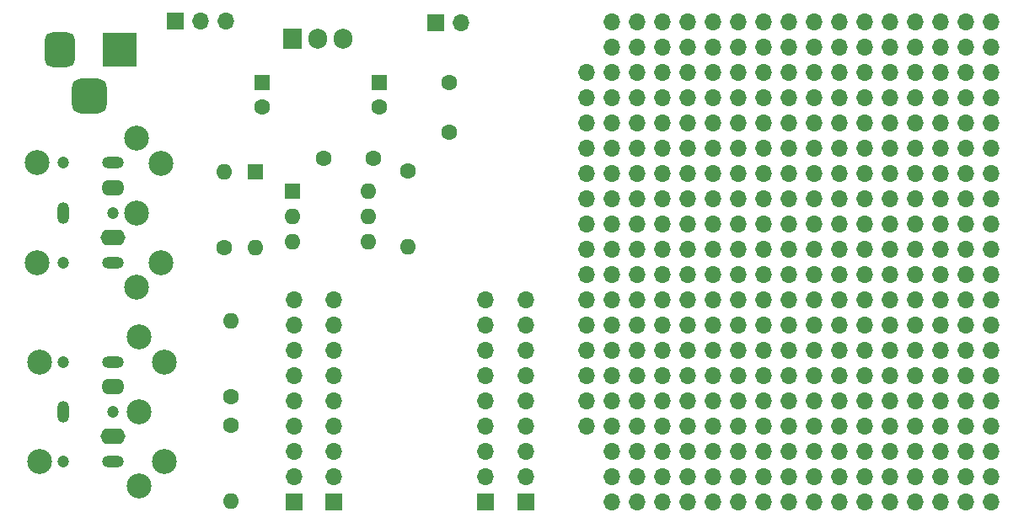
<source format=gbr>
%TF.GenerationSoftware,KiCad,Pcbnew,8.0.7*%
%TF.CreationDate,2025-03-14T17:48:09+00:00*%
%TF.ProjectId,WaveshareZeroMIDIProto,57617665-7368-4617-9265-5a65726f4d49,rev?*%
%TF.SameCoordinates,Original*%
%TF.FileFunction,Soldermask,Bot*%
%TF.FilePolarity,Negative*%
%FSLAX46Y46*%
G04 Gerber Fmt 4.6, Leading zero omitted, Abs format (unit mm)*
G04 Created by KiCad (PCBNEW 8.0.7) date 2025-03-14 17:48:09*
%MOMM*%
%LPD*%
G01*
G04 APERTURE LIST*
G04 Aperture macros list*
%AMRoundRect*
0 Rectangle with rounded corners*
0 $1 Rounding radius*
0 $2 $3 $4 $5 $6 $7 $8 $9 X,Y pos of 4 corners*
0 Add a 4 corners polygon primitive as box body*
4,1,4,$2,$3,$4,$5,$6,$7,$8,$9,$2,$3,0*
0 Add four circle primitives for the rounded corners*
1,1,$1+$1,$2,$3*
1,1,$1+$1,$4,$5*
1,1,$1+$1,$6,$7*
1,1,$1+$1,$8,$9*
0 Add four rect primitives between the rounded corners*
20,1,$1+$1,$2,$3,$4,$5,0*
20,1,$1+$1,$4,$5,$6,$7,0*
20,1,$1+$1,$6,$7,$8,$9,0*
20,1,$1+$1,$8,$9,$2,$3,0*%
G04 Aperture macros list end*
%ADD10O,1.700000X1.700000*%
%ADD11O,2.500000X1.600000*%
%ADD12O,2.200000X1.200000*%
%ADD13O,1.200000X2.200000*%
%ADD14O,2.300000X1.600000*%
%ADD15C,1.200000*%
%ADD16R,1.600000X1.600000*%
%ADD17C,1.600000*%
%ADD18R,1.700000X1.700000*%
%ADD19O,1.600000X1.600000*%
%ADD20R,3.500000X3.500000*%
%ADD21RoundRect,0.750000X-0.750000X-1.000000X0.750000X-1.000000X0.750000X1.000000X-0.750000X1.000000X0*%
%ADD22RoundRect,0.875000X-0.875000X-0.875000X0.875000X-0.875000X0.875000X0.875000X-0.875000X0.875000X0*%
%ADD23C,2.499360*%
%ADD24R,1.905000X2.000000*%
%ADD25O,1.905000X2.000000*%
G04 APERTURE END LIST*
D10*
%TO.C,*%
X135090000Y-74995000D03*
%TD*%
%TO.C,*%
X137630000Y-59755000D03*
%TD*%
%TO.C,*%
X135090000Y-82615000D03*
%TD*%
%TO.C,*%
X117310000Y-57215000D03*
%TD*%
%TO.C,*%
X142710000Y-57215000D03*
%TD*%
%TO.C,*%
X137630000Y-62295000D03*
%TD*%
%TO.C,*%
X132550000Y-74995000D03*
%TD*%
%TO.C,*%
X127470000Y-82615000D03*
%TD*%
%TO.C,*%
X114770000Y-74995000D03*
%TD*%
%TO.C,*%
X142710000Y-64835000D03*
%TD*%
%TO.C,*%
X124930000Y-80075000D03*
%TD*%
%TO.C,*%
X117310000Y-92775000D03*
%TD*%
%TO.C,*%
X132550000Y-67375000D03*
%TD*%
%TO.C,*%
X135090000Y-87695000D03*
%TD*%
%TO.C,*%
X140170000Y-74995000D03*
%TD*%
%TO.C,*%
X117310000Y-74995000D03*
%TD*%
%TO.C,*%
X124930000Y-82615000D03*
%TD*%
%TO.C,*%
X140170000Y-57215000D03*
%TD*%
%TO.C,*%
X137630000Y-85155000D03*
%TD*%
%TO.C,*%
X119850000Y-85155000D03*
%TD*%
%TO.C,*%
X112230000Y-77535000D03*
%TD*%
%TO.C,*%
X124930000Y-67375000D03*
%TD*%
%TO.C,*%
X112230000Y-54675000D03*
%TD*%
%TO.C,*%
X145250000Y-85155000D03*
%TD*%
%TO.C,*%
X137630000Y-80075000D03*
%TD*%
D11*
%TO.C,J2*%
X59500000Y-73800000D03*
D12*
X59500000Y-76300000D03*
D13*
X54500000Y-71300000D03*
D14*
X59500000Y-68800000D03*
D12*
X59500000Y-66300000D03*
D15*
X52000000Y-76300000D03*
X54500000Y-76300000D03*
X59500000Y-71300000D03*
X52000000Y-66300000D03*
X54500000Y-66300000D03*
%TD*%
D10*
%TO.C,*%
X147790000Y-85155000D03*
%TD*%
D16*
%TO.C,C3*%
X86250000Y-58192621D03*
D17*
X86250000Y-60692621D03*
%TD*%
D10*
%TO.C,*%
X145250000Y-92775000D03*
%TD*%
%TO.C,*%
X147790000Y-59755000D03*
%TD*%
%TO.C,*%
X142710000Y-67375000D03*
%TD*%
%TO.C,*%
X117310000Y-54675000D03*
%TD*%
%TO.C,*%
X124930000Y-74995000D03*
%TD*%
%TO.C,*%
X122390000Y-90235000D03*
%TD*%
%TO.C,*%
X119850000Y-80075000D03*
%TD*%
%TO.C,*%
X114770000Y-77535000D03*
%TD*%
%TO.C,*%
X147790000Y-69915000D03*
%TD*%
%TO.C,*%
X122390000Y-57215000D03*
%TD*%
%TO.C,*%
X114770000Y-92775000D03*
%TD*%
%TO.C,*%
X112230000Y-62295000D03*
%TD*%
%TO.C,*%
X119850000Y-87695000D03*
%TD*%
D18*
%TO.C,J9*%
X81750000Y-100395000D03*
D10*
X81750000Y-97855000D03*
X81750000Y-95315000D03*
X81750000Y-92775000D03*
X81750000Y-90235000D03*
X81750000Y-87695000D03*
X81750000Y-85155000D03*
X81750000Y-82615000D03*
X81750000Y-80075000D03*
%TD*%
D17*
%TO.C,R4*%
X89175000Y-67125000D03*
D19*
X89175000Y-74745000D03*
%TD*%
D10*
%TO.C,*%
X147790000Y-54675000D03*
%TD*%
%TO.C,*%
X127470000Y-80075000D03*
%TD*%
%TO.C,*%
X130010000Y-87695000D03*
%TD*%
%TO.C,*%
X119850000Y-90235000D03*
%TD*%
D18*
%TO.C,J5*%
X91975000Y-52175000D03*
D10*
X94515000Y-52175000D03*
%TD*%
%TO.C,*%
X109690000Y-87695000D03*
%TD*%
%TO.C,*%
X109690000Y-82615000D03*
%TD*%
%TO.C,*%
X122390000Y-82615000D03*
%TD*%
%TO.C,*%
X109690000Y-77535000D03*
%TD*%
%TO.C,*%
X140170000Y-54675000D03*
%TD*%
%TO.C,*%
X124930000Y-69915000D03*
%TD*%
%TO.C,*%
X122390000Y-77535000D03*
%TD*%
%TO.C,J15*%
X147790000Y-97855000D03*
X145250000Y-97855000D03*
X142710000Y-97855000D03*
X140170000Y-97855000D03*
X137630000Y-97855000D03*
X135090000Y-97855000D03*
X132550000Y-97855000D03*
X130010000Y-97855000D03*
X127470000Y-97855000D03*
X124930000Y-97855000D03*
X122390000Y-97855000D03*
X119850000Y-97855000D03*
X117310000Y-97855000D03*
X114770000Y-97855000D03*
X112230000Y-97855000D03*
X109690000Y-97855000D03*
%TD*%
%TO.C,*%
X112230000Y-72455000D03*
%TD*%
%TO.C,*%
X135090000Y-59755000D03*
%TD*%
%TO.C,*%
X130010000Y-59755000D03*
%TD*%
%TO.C,*%
X127470000Y-67375000D03*
%TD*%
%TO.C,*%
X147790000Y-62295000D03*
%TD*%
%TO.C,*%
X112230000Y-87695000D03*
%TD*%
%TO.C,*%
X109690000Y-92775000D03*
%TD*%
%TO.C,*%
X135090000Y-69915000D03*
%TD*%
%TO.C,*%
X119850000Y-74995000D03*
%TD*%
%TO.C,*%
X109690000Y-69915000D03*
%TD*%
%TO.C,*%
X130010000Y-77535000D03*
%TD*%
%TO.C,*%
X117310000Y-90235000D03*
%TD*%
%TO.C,*%
X142710000Y-69915000D03*
%TD*%
D16*
%TO.C,D1*%
X73875000Y-67215000D03*
D19*
X73875000Y-74835000D03*
%TD*%
D10*
%TO.C,*%
X132550000Y-59755000D03*
%TD*%
%TO.C,*%
X140170000Y-77535000D03*
%TD*%
%TO.C,*%
X114770000Y-62295000D03*
%TD*%
D15*
%TO.C,J1*%
X54500000Y-86300000D03*
X52000000Y-86300000D03*
X59500000Y-91300000D03*
X54500000Y-96300000D03*
X52000000Y-96300000D03*
D12*
X59500000Y-86300000D03*
D14*
X59500000Y-88800000D03*
D13*
X54500000Y-91300000D03*
D12*
X59500000Y-96300000D03*
D11*
X59500000Y-93800000D03*
%TD*%
D10*
%TO.C,*%
X117310000Y-82615000D03*
%TD*%
D18*
%TO.C,J10*%
X77750000Y-100395000D03*
D10*
X77750000Y-97855000D03*
X77750000Y-95315000D03*
X77750000Y-92775000D03*
X77750000Y-90235000D03*
X77750000Y-87695000D03*
X77750000Y-85155000D03*
X77750000Y-82615000D03*
X77750000Y-80075000D03*
%TD*%
%TO.C,*%
X114770000Y-59755000D03*
%TD*%
%TO.C,*%
X145250000Y-57215000D03*
%TD*%
%TO.C,*%
X112230000Y-64835000D03*
%TD*%
%TO.C,*%
X112230000Y-67375000D03*
%TD*%
%TO.C,*%
X142710000Y-82615000D03*
%TD*%
%TO.C,*%
X135090000Y-64835000D03*
%TD*%
%TO.C,*%
X147790000Y-87695000D03*
%TD*%
%TO.C,*%
X140170000Y-87695000D03*
%TD*%
%TO.C,*%
X119850000Y-82615000D03*
%TD*%
D17*
%TO.C,R2*%
X71375000Y-89760000D03*
D19*
X71375000Y-82140000D03*
%TD*%
D10*
%TO.C,*%
X132550000Y-64835000D03*
%TD*%
%TO.C,*%
X145250000Y-64835000D03*
%TD*%
%TO.C,*%
X147790000Y-77535000D03*
%TD*%
%TO.C,*%
X137630000Y-57215000D03*
%TD*%
%TO.C,*%
X135090000Y-90235000D03*
%TD*%
%TO.C,*%
X122390000Y-64835000D03*
%TD*%
%TO.C,*%
X109690000Y-64835000D03*
%TD*%
%TO.C,*%
X112230000Y-74995000D03*
%TD*%
%TO.C,*%
X130010000Y-57215000D03*
%TD*%
%TO.C,*%
X114770000Y-85155000D03*
%TD*%
%TO.C,*%
X147790000Y-72455000D03*
%TD*%
D16*
%TO.C,U1*%
X77555000Y-69125000D03*
D19*
X77555000Y-71665000D03*
X77555000Y-74205000D03*
X85175000Y-74205000D03*
X85175000Y-71665000D03*
X85175000Y-69125000D03*
%TD*%
D10*
%TO.C,*%
X135090000Y-92775000D03*
%TD*%
%TO.C,*%
X122390000Y-80075000D03*
%TD*%
%TO.C,*%
X112230000Y-82615000D03*
%TD*%
%TO.C,*%
X145250000Y-82615000D03*
%TD*%
%TO.C,*%
X130010000Y-92775000D03*
%TD*%
%TO.C,*%
X117310000Y-87695000D03*
%TD*%
%TO.C,*%
X112230000Y-57215000D03*
%TD*%
%TO.C,*%
X142710000Y-62295000D03*
%TD*%
%TO.C,*%
X127470000Y-69915000D03*
%TD*%
%TO.C,*%
X109690000Y-85155000D03*
%TD*%
%TO.C,*%
X137630000Y-74995000D03*
%TD*%
D20*
%TO.C,J12*%
X60200000Y-54892500D03*
D21*
X54200000Y-54892500D03*
D22*
X57200000Y-59592500D03*
%TD*%
D10*
%TO.C,*%
X124930000Y-87695000D03*
%TD*%
D17*
%TO.C,C1*%
X80725000Y-65825000D03*
X85725000Y-65825000D03*
%TD*%
D10*
%TO.C,*%
X114770000Y-72455000D03*
%TD*%
%TO.C,*%
X122390000Y-67375000D03*
%TD*%
%TO.C,*%
X130010000Y-80075000D03*
%TD*%
%TO.C,*%
X137630000Y-77535000D03*
%TD*%
%TO.C,*%
X135090000Y-80075000D03*
%TD*%
%TO.C,*%
X140170000Y-90235000D03*
%TD*%
%TO.C,*%
X140170000Y-62295000D03*
%TD*%
%TO.C,*%
X137630000Y-54675000D03*
%TD*%
%TO.C,*%
X124930000Y-72455000D03*
%TD*%
%TO.C,*%
X132550000Y-87695000D03*
%TD*%
D16*
%TO.C,C2*%
X74500000Y-58192621D03*
D17*
X74500000Y-60692621D03*
%TD*%
D10*
%TO.C,*%
X130010000Y-62295000D03*
%TD*%
%TO.C,*%
X147790000Y-90235000D03*
%TD*%
D18*
%TO.C,J7*%
X100990000Y-100395000D03*
D10*
X100990000Y-97855000D03*
X100990000Y-95315000D03*
X100990000Y-92775000D03*
X100990000Y-90235000D03*
X100990000Y-87695000D03*
X100990000Y-85155000D03*
X100990000Y-82615000D03*
X100990000Y-80075000D03*
%TD*%
%TO.C,*%
X147790000Y-64835000D03*
%TD*%
%TO.C,*%
X124930000Y-59755000D03*
%TD*%
%TO.C,*%
X114770000Y-64835000D03*
%TD*%
%TO.C,*%
X142710000Y-92775000D03*
%TD*%
D18*
%TO.C,J8*%
X96990000Y-100395000D03*
D10*
X96990000Y-97855000D03*
X96990000Y-95315000D03*
X96990000Y-92775000D03*
X96990000Y-90235000D03*
X96990000Y-87695000D03*
X96990000Y-85155000D03*
X96990000Y-82615000D03*
X96990000Y-80075000D03*
%TD*%
%TO.C,*%
X137630000Y-72455000D03*
%TD*%
%TO.C,*%
X109690000Y-57215000D03*
%TD*%
%TO.C,*%
X109690000Y-54675000D03*
%TD*%
D23*
%TO.C,J4*%
X52192300Y-86298740D03*
X52192300Y-96301260D03*
X62187200Y-98798080D03*
X62189740Y-91300000D03*
X62187200Y-83801920D03*
X64689100Y-96296180D03*
X64689100Y-86303820D03*
%TD*%
D10*
%TO.C,*%
X119850000Y-67375000D03*
%TD*%
%TO.C,*%
X147790000Y-67375000D03*
%TD*%
D17*
%TO.C,R1*%
X70725000Y-74850000D03*
D19*
X70725000Y-67230000D03*
%TD*%
D10*
%TO.C,*%
X124930000Y-85155000D03*
%TD*%
%TO.C,*%
X130010000Y-74995000D03*
%TD*%
D17*
%TO.C,C4*%
X93300000Y-58200000D03*
X93300000Y-63200000D03*
%TD*%
D10*
%TO.C,*%
X109690000Y-67375000D03*
%TD*%
%TO.C,*%
X112230000Y-92775000D03*
%TD*%
%TO.C,*%
X130010000Y-64835000D03*
%TD*%
%TO.C,*%
X119850000Y-59755000D03*
%TD*%
%TO.C,*%
X142710000Y-59755000D03*
%TD*%
%TO.C,*%
X147790000Y-74995000D03*
%TD*%
%TO.C,*%
X119850000Y-57215000D03*
%TD*%
%TO.C,*%
X124930000Y-92775000D03*
%TD*%
%TO.C,*%
X145250000Y-77535000D03*
%TD*%
%TO.C,*%
X124930000Y-64835000D03*
%TD*%
%TO.C,*%
X135090000Y-54675000D03*
%TD*%
%TO.C,*%
X132550000Y-82615000D03*
%TD*%
%TO.C,*%
X114770000Y-54675000D03*
%TD*%
%TO.C,*%
X135090000Y-72455000D03*
%TD*%
%TO.C,*%
X140170000Y-92775000D03*
%TD*%
%TO.C,*%
X117310000Y-62295000D03*
%TD*%
%TO.C,*%
X119850000Y-64835000D03*
%TD*%
%TO.C,*%
X117310000Y-67375000D03*
%TD*%
%TO.C,*%
X137630000Y-67375000D03*
%TD*%
%TO.C,*%
X137630000Y-69915000D03*
%TD*%
%TO.C,*%
X109690000Y-90235000D03*
%TD*%
%TO.C,*%
X145250000Y-67375000D03*
%TD*%
%TO.C,*%
X127470000Y-77535000D03*
%TD*%
%TO.C,*%
X122390000Y-87695000D03*
%TD*%
%TO.C,*%
X122390000Y-62295000D03*
%TD*%
%TO.C,*%
X117310000Y-80075000D03*
%TD*%
%TO.C,*%
X112230000Y-80075000D03*
%TD*%
%TO.C,*%
X132550000Y-77535000D03*
%TD*%
%TO.C,*%
X124930000Y-77535000D03*
%TD*%
%TO.C,J13*%
X147790000Y-100395000D03*
X145250000Y-100395000D03*
X142710000Y-100395000D03*
X140170000Y-100395000D03*
X137630000Y-100395000D03*
X135090000Y-100395000D03*
X132550000Y-100395000D03*
X130010000Y-100395000D03*
X127470000Y-100395000D03*
X124930000Y-100395000D03*
X122390000Y-100395000D03*
X119850000Y-100395000D03*
X117310000Y-100395000D03*
X114770000Y-100395000D03*
X112230000Y-100395000D03*
X109690000Y-100395000D03*
%TD*%
%TO.C,*%
X117310000Y-69915000D03*
%TD*%
%TO.C,*%
X122390000Y-85155000D03*
%TD*%
%TO.C,*%
X132550000Y-54675000D03*
%TD*%
%TO.C,*%
X119850000Y-77535000D03*
%TD*%
%TO.C,*%
X114770000Y-69915000D03*
%TD*%
%TO.C,*%
X127470000Y-74995000D03*
%TD*%
%TO.C,*%
X127470000Y-72455000D03*
%TD*%
%TO.C,*%
X130010000Y-54675000D03*
%TD*%
%TO.C,*%
X135090000Y-67375000D03*
%TD*%
%TO.C,*%
X132550000Y-90235000D03*
%TD*%
%TO.C,J6*%
X107150000Y-77535000D03*
X107150000Y-74995000D03*
X107150000Y-72455000D03*
X107150000Y-69915000D03*
X107150000Y-67375000D03*
X107150000Y-64835000D03*
X107150000Y-62295000D03*
X107150000Y-59755000D03*
X107150000Y-57215000D03*
%TD*%
%TO.C,*%
X112230000Y-69915000D03*
%TD*%
%TO.C,*%
X147790000Y-92775000D03*
%TD*%
%TO.C,*%
X142710000Y-54675000D03*
%TD*%
%TO.C,*%
X137630000Y-82615000D03*
%TD*%
%TO.C,*%
X145250000Y-74995000D03*
%TD*%
%TO.C,*%
X127470000Y-59755000D03*
%TD*%
%TO.C,*%
X142710000Y-72455000D03*
%TD*%
%TO.C,*%
X114770000Y-87695000D03*
%TD*%
%TO.C,*%
X117310000Y-59755000D03*
%TD*%
%TO.C,*%
X132550000Y-62295000D03*
%TD*%
%TO.C,*%
X112230000Y-90235000D03*
%TD*%
%TO.C,*%
X114770000Y-67375000D03*
%TD*%
%TO.C,*%
X124930000Y-54675000D03*
%TD*%
%TO.C,*%
X114770000Y-57215000D03*
%TD*%
%TO.C,*%
X119850000Y-62295000D03*
%TD*%
D17*
%TO.C,R3*%
X71375000Y-92700000D03*
D19*
X71375000Y-100320000D03*
%TD*%
D10*
%TO.C,*%
X130010000Y-72455000D03*
%TD*%
%TO.C,*%
X147790000Y-82615000D03*
%TD*%
%TO.C,*%
X137630000Y-90235000D03*
%TD*%
%TO.C,*%
X117310000Y-77535000D03*
%TD*%
%TO.C,*%
X109690000Y-80075000D03*
%TD*%
%TO.C,*%
X135090000Y-85155000D03*
%TD*%
%TO.C,*%
X130010000Y-67375000D03*
%TD*%
%TO.C,*%
X122390000Y-54675000D03*
%TD*%
D18*
%TO.C,SW1*%
X65800000Y-52000000D03*
D10*
X68340000Y-52000000D03*
X70880000Y-52000000D03*
%TD*%
%TO.C,*%
X145250000Y-62295000D03*
%TD*%
%TO.C,*%
X145250000Y-80075000D03*
%TD*%
%TO.C,*%
X142710000Y-77535000D03*
%TD*%
%TO.C,*%
X137630000Y-64835000D03*
%TD*%
%TO.C,*%
X124930000Y-62295000D03*
%TD*%
%TO.C,*%
X127470000Y-57215000D03*
%TD*%
%TO.C,*%
X140170000Y-72455000D03*
%TD*%
%TO.C,*%
X145250000Y-72455000D03*
%TD*%
%TO.C,*%
X122390000Y-59755000D03*
%TD*%
%TO.C,*%
X140170000Y-82615000D03*
%TD*%
%TO.C,*%
X132550000Y-57215000D03*
%TD*%
%TO.C,*%
X112230000Y-59755000D03*
%TD*%
%TO.C,*%
X145250000Y-90235000D03*
%TD*%
%TO.C,*%
X142710000Y-85155000D03*
%TD*%
%TO.C,*%
X142710000Y-80075000D03*
%TD*%
%TO.C,*%
X140170000Y-69915000D03*
%TD*%
%TO.C,*%
X145250000Y-59755000D03*
%TD*%
%TO.C,*%
X112230000Y-85155000D03*
%TD*%
%TO.C,*%
X109690000Y-62295000D03*
%TD*%
%TO.C,*%
X140170000Y-64835000D03*
%TD*%
%TO.C,*%
X147790000Y-80075000D03*
%TD*%
%TO.C,*%
X130010000Y-82615000D03*
%TD*%
%TO.C,*%
X122390000Y-74995000D03*
%TD*%
%TO.C,*%
X114770000Y-90235000D03*
%TD*%
%TO.C,*%
X130010000Y-85155000D03*
%TD*%
%TO.C,*%
X127470000Y-62295000D03*
%TD*%
%TO.C,*%
X127470000Y-64835000D03*
%TD*%
%TO.C,*%
X135090000Y-77535000D03*
%TD*%
%TO.C,*%
X142710000Y-90235000D03*
%TD*%
%TO.C,*%
X119850000Y-72455000D03*
%TD*%
%TO.C,*%
X127470000Y-85155000D03*
%TD*%
%TO.C,J16*%
X147790000Y-52135000D03*
X145250000Y-52135000D03*
X142710000Y-52135000D03*
X140170000Y-52135000D03*
X137630000Y-52135000D03*
X135090000Y-52135000D03*
X132550000Y-52135000D03*
X130010000Y-52135000D03*
X127470000Y-52135000D03*
X124930000Y-52135000D03*
X122390000Y-52135000D03*
X119850000Y-52135000D03*
X117310000Y-52135000D03*
X114770000Y-52135000D03*
X112230000Y-52135000D03*
X109690000Y-52135000D03*
%TD*%
%TO.C,*%
X122390000Y-69915000D03*
%TD*%
%TO.C,*%
X132550000Y-85155000D03*
%TD*%
%TO.C,*%
X119850000Y-54675000D03*
%TD*%
%TO.C,*%
X135090000Y-62295000D03*
%TD*%
%TO.C,*%
X119850000Y-92775000D03*
%TD*%
%TO.C,*%
X127470000Y-54675000D03*
%TD*%
%TO.C,*%
X142710000Y-87695000D03*
%TD*%
%TO.C,*%
X140170000Y-59755000D03*
%TD*%
%TO.C,*%
X117310000Y-85155000D03*
%TD*%
%TO.C,*%
X130010000Y-69915000D03*
%TD*%
%TO.C,*%
X127470000Y-90235000D03*
%TD*%
%TO.C,*%
X147790000Y-57215000D03*
%TD*%
%TO.C,*%
X127470000Y-92775000D03*
%TD*%
%TO.C,J14*%
X147790000Y-95315000D03*
X145250000Y-95315000D03*
X142710000Y-95315000D03*
X140170000Y-95315000D03*
X137630000Y-95315000D03*
X135090000Y-95315000D03*
X132550000Y-95315000D03*
X130010000Y-95315000D03*
X127470000Y-95315000D03*
X124930000Y-95315000D03*
X122390000Y-95315000D03*
X119850000Y-95315000D03*
X117310000Y-95315000D03*
X114770000Y-95315000D03*
X112230000Y-95315000D03*
X109690000Y-95315000D03*
%TD*%
%TO.C,*%
X140170000Y-67375000D03*
%TD*%
%TO.C,*%
X132550000Y-69915000D03*
%TD*%
%TO.C,*%
X145250000Y-69915000D03*
%TD*%
%TO.C,*%
X122390000Y-72455000D03*
%TD*%
%TO.C,*%
X132550000Y-72455000D03*
%TD*%
%TO.C,*%
X140170000Y-80075000D03*
%TD*%
%TO.C,*%
X124930000Y-90235000D03*
%TD*%
D24*
%TO.C,U2*%
X77545000Y-53775000D03*
D25*
X80085000Y-53775000D03*
X82625000Y-53775000D03*
%TD*%
D10*
%TO.C,*%
X114770000Y-80075000D03*
%TD*%
%TO.C,*%
X127470000Y-87695000D03*
%TD*%
%TO.C,*%
X114770000Y-82615000D03*
%TD*%
%TO.C,*%
X109690000Y-74995000D03*
%TD*%
%TO.C,*%
X142710000Y-74995000D03*
%TD*%
%TO.C,*%
X135090000Y-57215000D03*
%TD*%
%TO.C,*%
X137630000Y-92775000D03*
%TD*%
%TO.C,*%
X132550000Y-92775000D03*
%TD*%
%TO.C,*%
X109690000Y-72455000D03*
%TD*%
%TO.C,*%
X130010000Y-90235000D03*
%TD*%
%TO.C,*%
X140170000Y-85155000D03*
%TD*%
%TO.C,*%
X119850000Y-69915000D03*
%TD*%
%TO.C,*%
X122390000Y-92775000D03*
%TD*%
%TO.C,*%
X137630000Y-87695000D03*
%TD*%
%TO.C,J11*%
X107150000Y-92775000D03*
X107150000Y-90235000D03*
X107150000Y-87695000D03*
X107150000Y-85155000D03*
X107150000Y-82615000D03*
X107150000Y-80075000D03*
%TD*%
%TO.C,*%
X145250000Y-87695000D03*
%TD*%
%TO.C,*%
X117310000Y-64835000D03*
%TD*%
%TO.C,*%
X145250000Y-54675000D03*
%TD*%
%TO.C,*%
X117310000Y-72455000D03*
%TD*%
%TO.C,*%
X124930000Y-57215000D03*
%TD*%
%TO.C,*%
X132550000Y-80075000D03*
%TD*%
%TO.C,*%
X109690000Y-59755000D03*
%TD*%
D23*
%TO.C,J3*%
X51892300Y-66298740D03*
X51892300Y-76301260D03*
X61887200Y-78798080D03*
X61889740Y-71300000D03*
X61887200Y-63801920D03*
X64389100Y-76296180D03*
X64389100Y-66303820D03*
%TD*%
M02*

</source>
